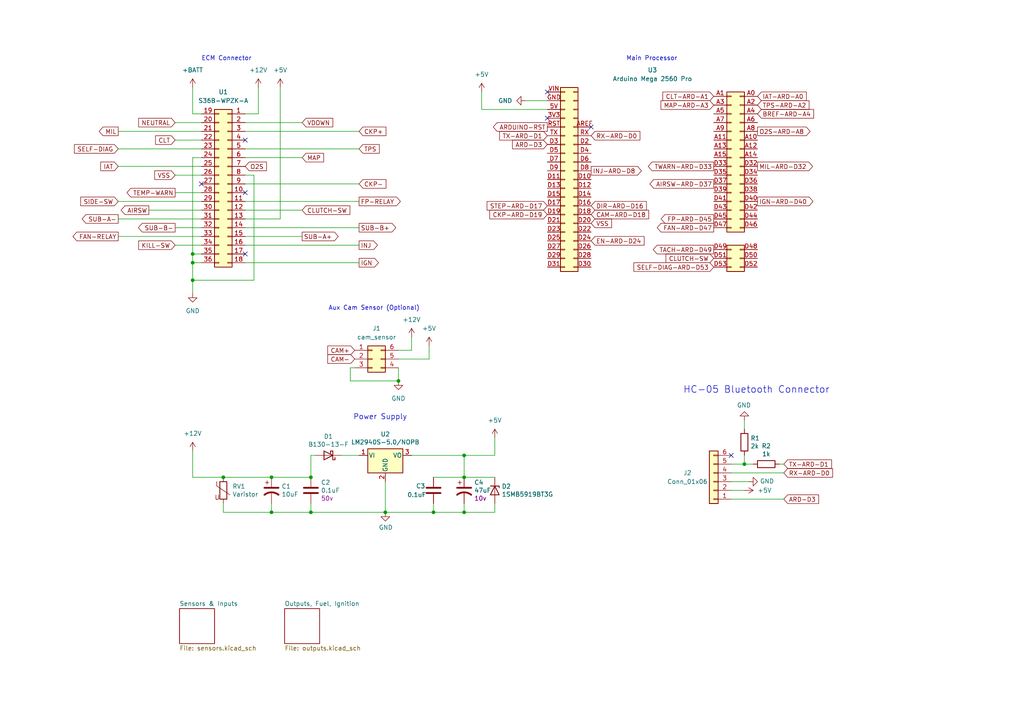
<source format=kicad_sch>
(kicad_sch (version 20211123) (generator eeschema)
  (paper "A4")
  (lib_symbols
    (symbol "Connector_Generic:Conn_01x06" (pin_names (offset 1.016) hide)
      (property "Reference" "J" (at 0 7.62 0))
      (property "Value" "Conn_01x06" (at 0 -10.16 0))
      (symbol "Conn_01x06_1_1"
        (rectangle (start -1.27 -7.493) (end 0 -7.747) (stroke (width 0.1524)))
        (rectangle (start -1.27 -4.953) (end 0 -5.207) (stroke (width 0.1524)))
        (rectangle (start -1.27 -2.413) (end 0 -2.667) (stroke (width 0.1524)))
        (rectangle (start -1.27 0.127) (end 0 -0.127) (stroke (width 0.1524)))
        (rectangle (start -1.27 2.667) (end 0 2.413) (stroke (width 0.1524)))
        (rectangle (start -1.27 5.207) (end 0 4.953) (stroke (width 0.1524)))
        (rectangle (start -1.27 6.35) (end 1.27 -8.89) (stroke (width 0.254)) (fill (type background)))
        (pin passive line (at -5.08 5.08 0) (length 3.81) (name "Pin_1") (number "1"))
        (pin passive line (at -5.08 2.54 0) (length 3.81) (name "Pin_2") (number "2"))
        (pin passive line (at -5.08 0 0) (length 3.81) (name "Pin_3") (number "3"))
        (pin passive line (at -5.08 -2.54 0) (length 3.81) (name "Pin_4") (number "4"))
        (pin passive line (at -5.08 -5.08 0) (length 3.81) (name "Pin_5") (number "5"))
        (pin passive line (at -5.08 -7.62 0) (length 3.81) (name "Pin_6") (number "6"))
      )
    )
    (symbol "Connector_Generic:Conn_02x03_Counter_Clockwise" (pin_names (offset 1.016) hide)
      (property "Reference" "J" (at 1.27 5.08 0))
      (property "Value" "Conn_02x03_Counter_Clockwise" (at 1.27 -5.08 0))
      (symbol "Conn_02x03_Counter_Clockwise_1_1"
        (rectangle (start -1.27 -2.413) (end 0 -2.667) (stroke (width 0.1524)))
        (rectangle (start -1.27 0.127) (end 0 -0.127) (stroke (width 0.1524)))
        (rectangle (start -1.27 2.667) (end 0 2.413) (stroke (width 0.1524)))
        (rectangle (start -1.27 3.81) (end 3.81 -3.81) (stroke (width 0.254)) (fill (type background)))
        (rectangle (start 3.81 -2.413) (end 2.54 -2.667) (stroke (width 0.1524)))
        (rectangle (start 3.81 0.127) (end 2.54 -0.127) (stroke (width 0.1524)))
        (rectangle (start 3.81 2.667) (end 2.54 2.413) (stroke (width 0.1524)))
        (pin passive line (at -5.08 2.54 0) (length 3.81) (name "Pin_1") (number "1"))
        (pin passive line (at -5.08 0 0) (length 3.81) (name "Pin_2") (number "2"))
        (pin passive line (at -5.08 -2.54 0) (length 3.81) (name "Pin_3") (number "3"))
        (pin passive line (at 7.62 -2.54 180) (length 3.81) (name "Pin_4") (number "4"))
        (pin passive line (at 7.62 0 180) (length 3.81) (name "Pin_5") (number "5"))
        (pin passive line (at 7.62 2.54 180) (length 3.81) (name "Pin_6") (number "6"))
      )
    )
    (symbol "Device:C" (pin_numbers hide) (pin_names (offset 0.254))
      (property "Reference" "C" (at 0.635 2.54 0))
      (property "Value" "C" (at 0.635 -2.54 0))
      (symbol "C_0_1"
        (polyline (pts (xy -2.032 -0.762) (xy 2.032 -0.762)) (stroke (width 0.508)))
        (polyline (pts (xy -2.032 0.762) (xy 2.032 0.762)) (stroke (width 0.508)))
      )
      (symbol "C_1_1"
        (pin passive line (at 0 3.81 270) (length 2.794) (name "~") (number "1"))
        (pin passive line (at 0 -3.81 90) (length 2.794) (name "~") (number "2"))
      )
    )
    (symbol "Device:CP1" (pin_numbers hide) (pin_names (offset 0.254) hide)
      (property "Reference" "C" (at 0.635 2.54 0))
      (property "Value" "Device_CP1" (at 0.635 -2.54 0))
      (symbol "CP1_0_1"
        (polyline (pts (xy -2.032 0.762) (xy 2.032 0.762)) (stroke (width 0.508)))
        (polyline (pts (xy -1.778 2.286) (xy -0.762 2.286)))
        (polyline (pts (xy -1.27 1.778) (xy -1.27 2.794)))
        (arc (start 2.032 -1.27) (mid 0 -0.5572) (end -2.032 -1.27) (stroke (width 0.508)))
      )
      (symbol "CP1_1_1"
        (pin passive line (at 0 3.81 270) (length 2.794) (name "~") (number "1"))
        (pin passive line (at 0 -3.81 90) (length 3.302) (name "~") (number "2"))
      )
    )
    (symbol "Device:D_Schottky" (pin_numbers hide) (pin_names (offset 1.016) hide)
      (property "Reference" "D" (at 0 2.54 0))
      (property "Value" "D_Schottky" (at 0 -2.54 0))
      (symbol "D_Schottky_0_1"
        (polyline (pts (xy 1.27 0) (xy -1.27 0)))
        (polyline (pts (xy 1.27 1.27) (xy 1.27 -1.27) (xy -1.27 0) (xy 1.27 1.27)) (stroke (width 0.254)))
        (polyline (pts (xy -1.905 0.635) (xy -1.905 1.27) (xy -1.27 1.27) (xy -1.27 -1.27) (xy -0.635 -1.27) (xy -0.635 -0.635)) (stroke (width 0.254)))
      )
      (symbol "D_Schottky_1_1"
        (pin passive line (at -3.81 0 0) (length 2.54) (name "K") (number "1"))
        (pin passive line (at 3.81 0 180) (length 2.54) (name "A") (number "2"))
      )
    )
    (symbol "Device:D_Zener" (pin_numbers hide) (pin_names (offset 1.016) hide)
      (property "Reference" "D" (at 0 2.54 0))
      (property "Value" "D_Zener" (at 0 -2.54 0))
      (symbol "D_Zener_0_1"
        (polyline (pts (xy 1.27 0) (xy -1.27 0)))
        (polyline (pts (xy -1.27 -1.27) (xy -1.27 1.27) (xy -0.762 1.27)) (stroke (width 0.254)))
        (polyline (pts (xy 1.27 -1.27) (xy 1.27 1.27) (xy -1.27 0) (xy 1.27 -1.27)) (stroke (width 0.254)))
      )
      (symbol "D_Zener_1_1"
        (pin passive line (at -3.81 0 0) (length 2.54) (name "K") (number "1"))
        (pin passive line (at 3.81 0 180) (length 2.54) (name "A") (number "2"))
      )
    )
    (symbol "Device:R" (pin_numbers hide) (pin_names (offset 0))
      (property "Reference" "R" (at 2.032 0 90))
      (property "Value" "R" (at 0 0 90))
      (symbol "R_0_1"
        (rectangle (start -1.016 -2.54) (end 1.016 2.54) (stroke (width 0.254)))
      )
      (symbol "R_1_1"
        (pin passive line (at 0 3.81 270) (length 1.27) (name "~") (number "1"))
        (pin passive line (at 0 -3.81 90) (length 1.27) (name "~") (number "2"))
      )
    )
    (symbol "Device:Varistor" (pin_numbers hide) (pin_names (offset 0))
      (property "Reference" "RV" (at 3.175 0 90))
      (property "Value" "Varistor" (at -3.175 0 90))
      (symbol "Varistor_0_0"
        (text "U" (at -1.778 -2.032 0) (effects (font (size 1.27 1.27))))
      )
      (symbol "Varistor_0_1"
        (rectangle (start -1.016 -2.54) (end 1.016 2.54) (stroke (width 0.254)))
        (polyline (pts (xy -1.905 2.54) (xy -1.905 1.27) (xy 1.905 -1.27)))
      )
      (symbol "Varistor_1_1"
        (pin passive line (at 0 3.81 270) (length 1.27) (name "~") (number "1"))
        (pin passive line (at 0 -3.81 90) (length 1.27) (name "~") (number "2"))
      )
    )
    (symbol "Regulator_Linear:LM2937xS" (pin_names (offset 0.254))
      (property "Reference" "U" (at -3.81 3.175 0))
      (property "Value" "LM2937xS" (at 0 3.175 0))
      (symbol "LM2937xS_0_1"
        (rectangle (start -5.08 -5.08) (end 5.08 1.905) (stroke (width 0.254)) (fill (type background)))
      )
      (symbol "LM2937xS_1_1"
        (pin power_in line (at -7.62 0 0) (length 2.54) (name "VI") (number "1"))
        (pin power_in line (at 0 -7.62 90) (length 2.54) (name "GND") (number "2"))
        (pin power_out line (at 7.62 0 180) (length 2.54) (name "VO") (number "3"))
      )
    )
    (symbol "mega_2560:S36B-WPZK-A"
      (property "Reference" "U" (at 16.51 49.53 0))
      (property "Value" "S36B-WPZK-A" (at 15.24 52.07 0))
      (symbol "S36B-WPZK-A_1_1"
        (rectangle (start 12.7 2.54) (end 17.78 48.26) (stroke (width 0.254)) (fill (type background)))
        (rectangle (start 13.97 3.683) (end 12.7 3.937) (stroke (width 0.1524)))
        (rectangle (start 13.97 6.223) (end 12.7 6.477) (stroke (width 0.1524)))
        (rectangle (start 13.97 8.763) (end 12.7 9.017) (stroke (width 0.1524)))
        (rectangle (start 13.97 11.303) (end 12.7 11.557) (stroke (width 0.1524)))
        (rectangle (start 13.97 13.843) (end 12.7 14.097) (stroke (width 0.1524)))
        (rectangle (start 13.97 16.383) (end 12.7 16.637) (stroke (width 0.1524)))
        (rectangle (start 13.97 18.923) (end 12.7 19.177) (stroke (width 0.1524)))
        (rectangle (start 13.97 21.463) (end 12.7 21.717) (stroke (width 0.1524)))
        (rectangle (start 13.97 24.003) (end 12.7 24.257) (stroke (width 0.1524)))
        (rectangle (start 13.97 26.543) (end 12.7 26.797) (stroke (width 0.1524)))
        (rectangle (start 13.97 29.083) (end 12.7 29.337) (stroke (width 0.1524)))
        (rectangle (start 13.97 31.623) (end 12.7 31.877) (stroke (width 0.1524)))
        (rectangle (start 13.97 34.163) (end 12.7 34.417) (stroke (width 0.1524)))
        (rectangle (start 13.97 36.703) (end 12.7 36.957) (stroke (width 0.1524)))
        (rectangle (start 13.97 39.243) (end 12.7 39.497) (stroke (width 0.1524)))
        (rectangle (start 13.97 41.783) (end 12.7 42.037) (stroke (width 0.1524)))
        (rectangle (start 13.97 44.323) (end 12.7 44.577) (stroke (width 0.1524)))
        (rectangle (start 13.97 46.863) (end 12.7 47.117) (stroke (width 0.1524)))
        (rectangle (start 16.51 3.683) (end 17.78 3.937) (stroke (width 0.1524)))
        (rectangle (start 16.51 6.223) (end 17.78 6.477) (stroke (width 0.1524)))
        (rectangle (start 16.51 8.763) (end 17.78 9.017) (stroke (width 0.1524)))
        (rectangle (start 16.51 11.303) (end 17.78 11.557) (stroke (width 0.1524)))
        (rectangle (start 16.51 13.843) (end 17.78 14.097) (stroke (width 0.1524)))
        (rectangle (start 16.51 16.383) (end 17.78 16.637) (stroke (width 0.1524)))
        (rectangle (start 16.51 18.923) (end 17.78 19.177) (stroke (width 0.1524)))
        (rectangle (start 16.51 21.463) (end 17.78 21.717) (stroke (width 0.1524)))
        (rectangle (start 16.51 24.003) (end 17.78 24.257) (stroke (width 0.1524)))
        (rectangle (start 16.51 26.543) (end 17.78 26.797) (stroke (width 0.1524)))
        (rectangle (start 16.51 29.083) (end 17.78 29.337) (stroke (width 0.1524)))
        (rectangle (start 16.51 31.623) (end 17.78 31.877) (stroke (width 0.1524)))
        (rectangle (start 16.51 34.163) (end 17.78 34.417) (stroke (width 0.1524)))
        (rectangle (start 16.51 36.703) (end 17.78 36.957) (stroke (width 0.1524)))
        (rectangle (start 16.51 39.243) (end 17.78 39.497) (stroke (width 0.1524)))
        (rectangle (start 16.51 41.783) (end 17.78 42.037) (stroke (width 0.1524)))
        (rectangle (start 16.51 44.323) (end 17.78 44.577) (stroke (width 0.1524)))
        (rectangle (start 16.51 46.863) (end 17.78 47.117) (stroke (width 0.1524)))
        (pin passive line (at 21.59 46.99 180) (length 3.81) (name "") (number "1"))
        (pin passive line (at 21.59 24.13 180) (length 3.81) (name "") (number "10"))
        (pin passive line (at 21.59 21.59 180) (length 3.81) (name "") (number "11"))
        (pin passive line (at 21.59 19.05 180) (length 3.81) (name "") (number "12"))
        (pin passive line (at 21.59 16.51 180) (length 3.81) (name "") (number "13"))
        (pin passive line (at 21.59 13.97 180) (length 3.81) (name "") (number "14"))
        (pin passive line (at 21.59 11.43 180) (length 3.81) (name "") (number "15"))
        (pin passive line (at 21.59 8.89 180) (length 3.81) (name "") (number "16"))
        (pin passive line (at 21.59 6.35 180) (length 3.81) (name "") (number "17"))
        (pin passive line (at 21.59 3.81 180) (length 3.81) (name "") (number "18"))
        (pin passive line (at 8.89 46.99 0) (length 3.81) (name "") (number "19"))
        (pin passive line (at 21.59 44.45 180) (length 3.81) (name "") (number "2"))
        (pin passive line (at 8.89 44.45 0) (length 3.81) (name "") (number "20"))
        (pin passive line (at 8.89 41.91 0) (length 3.81) (name "") (number "21"))
        (pin passive line (at 8.89 39.37 0) (length 3.81) (name "") (number "22"))
        (pin passive line (at 8.89 36.83 0) (length 3.81) (name "") (number "23"))
        (pin passive line (at 8.89 34.29 0) (length 3.81) (name "") (number "24"))
        (pin passive line (at 8.89 31.75 0) (length 3.81) (name "") (number "25"))
        (pin passive line (at 8.89 29.21 0) (length 3.81) (name "") (number "26"))
        (pin passive line (at 8.89 26.67 0) (length 3.81) (name "") (number "27"))
        (pin passive line (at 8.89 24.13 0) (length 3.81) (name "") (number "28"))
        (pin passive line (at 8.89 21.59 0) (length 3.81) (name "") (number "29"))
        (pin passive line (at 21.59 41.91 180) (length 3.81) (name "") (number "3"))
        (pin passive line (at 8.89 19.05 0) (length 3.81) (name "") (number "30"))
        (pin passive line (at 8.89 16.51 0) (length 3.81) (name "") (number "31"))
        (pin passive line (at 8.89 13.97 0) (length 3.81) (name "") (number "32"))
        (pin passive line (at 8.89 11.43 0) (length 3.81) (name "") (number "33"))
        (pin passive line (at 8.89 8.89 0) (length 3.81) (name "") (number "34"))
        (pin passive line (at 8.89 6.35 0) (length 3.81) (name "") (number "35"))
        (pin passive line (at 8.89 3.81 0) (length 3.81) (name "") (number "36"))
        (pin passive line (at 21.59 39.37 180) (length 3.81) (name "") (number "4"))
        (pin passive line (at 21.59 36.83 180) (length 3.81) (name "") (number "5"))
        (pin passive line (at 21.59 34.29 180) (length 3.81) (name "") (number "6"))
        (pin passive line (at 21.59 31.75 180) (length 3.81) (name "") (number "7"))
        (pin passive line (at 21.59 29.21 180) (length 3.81) (name "") (number "8"))
        (pin passive line (at 21.59 26.67 180) (length 3.81) (name "") (number "9"))
      )
    )
    (symbol "mega_2560:mega_2560_pro"
      (property "Reference" "U" (at 45.72 66.04 0))
      (property "Value" "mega_2560_pro" (at 46.99 62.23 0))
      (symbol "mega_2560_pro_1_1"
        (rectangle (start 20.32 7.747) (end 21.59 7.493) (stroke (width 0.1524)))
        (rectangle (start 20.32 10.287) (end 21.59 10.033) (stroke (width 0.1524)))
        (rectangle (start 20.32 12.827) (end 21.59 12.573) (stroke (width 0.1524)))
        (rectangle (start 20.32 15.367) (end 21.59 15.113) (stroke (width 0.1524)))
        (rectangle (start 20.32 17.907) (end 21.59 17.653) (stroke (width 0.1524)))
        (rectangle (start 20.32 20.447) (end 21.59 20.193) (stroke (width 0.1524)))
        (rectangle (start 20.32 22.987) (end 21.59 22.733) (stroke (width 0.1524)))
        (rectangle (start 20.32 25.527) (end 21.59 25.273) (stroke (width 0.1524)))
        (rectangle (start 20.32 28.067) (end 21.59 27.813) (stroke (width 0.1524)))
        (rectangle (start 20.32 30.607) (end 21.59 30.353) (stroke (width 0.1524)))
        (rectangle (start 20.32 33.147) (end 21.59 32.893) (stroke (width 0.1524)))
        (rectangle (start 20.32 35.687) (end 21.59 35.433) (stroke (width 0.1524)))
        (rectangle (start 20.32 38.227) (end 21.59 37.973) (stroke (width 0.1524)))
        (rectangle (start 20.32 40.767) (end 21.59 40.513) (stroke (width 0.1524)))
        (rectangle (start 20.32 43.307) (end 21.59 43.053) (stroke (width 0.1524)))
        (rectangle (start 20.32 45.847) (end 21.59 45.593) (stroke (width 0.1524)))
        (rectangle (start 20.32 48.387) (end 21.59 48.133) (stroke (width 0.1524)))
        (rectangle (start 20.32 50.927) (end 21.59 50.673) (stroke (width 0.1524)))
        (rectangle (start 20.32 53.467) (end 21.59 53.213) (stroke (width 0.1524)))
        (rectangle (start 20.32 56.007) (end 21.59 55.753) (stroke (width 0.1524)))
        (rectangle (start 20.32 58.547) (end 21.59 58.293) (stroke (width 0.1524)))
        (rectangle (start 20.32 59.69) (end 25.4 6.35) (stroke (width 0.254)) (fill (type background)))
        (rectangle (start 25.4 7.747) (end 24.13 7.493) (stroke (width 0.1524)))
        (rectangle (start 25.4 10.287) (end 24.13 10.033) (stroke (width 0.1524)))
        (rectangle (start 25.4 12.827) (end 24.13 12.573) (stroke (width 0.1524)))
        (rectangle (start 25.4 15.367) (end 24.13 15.113) (stroke (width 0.1524)))
        (rectangle (start 25.4 17.907) (end 24.13 17.653) (stroke (width 0.1524)))
        (rectangle (start 25.4 20.447) (end 24.13 20.193) (stroke (width 0.1524)))
        (rectangle (start 25.4 22.987) (end 24.13 22.733) (stroke (width 0.1524)))
        (rectangle (start 25.4 25.527) (end 24.13 25.273) (stroke (width 0.1524)))
        (rectangle (start 25.4 28.067) (end 24.13 27.813) (stroke (width 0.1524)))
        (rectangle (start 25.4 30.607) (end 24.13 30.353) (stroke (width 0.1524)))
        (rectangle (start 25.4 33.147) (end 24.13 32.893) (stroke (width 0.1524)))
        (rectangle (start 25.4 35.687) (end 24.13 35.433) (stroke (width 0.1524)))
        (rectangle (start 25.4 38.227) (end 24.13 37.973) (stroke (width 0.1524)))
        (rectangle (start 25.4 40.767) (end 24.13 40.513) (stroke (width 0.1524)))
        (rectangle (start 25.4 43.307) (end 24.13 43.053) (stroke (width 0.1524)))
        (rectangle (start 25.4 45.847) (end 24.13 45.593) (stroke (width 0.1524)))
        (rectangle (start 25.4 48.387) (end 24.13 48.133) (stroke (width 0.1524)))
        (rectangle (start 25.4 50.927) (end 24.13 50.673) (stroke (width 0.1524)))
        (rectangle (start 25.4 53.467) (end 24.13 53.213) (stroke (width 0.1524)))
        (rectangle (start 25.4 56.007) (end 24.13 55.753) (stroke (width 0.1524)))
        (rectangle (start 25.4 58.547) (end 24.13 58.293) (stroke (width 0.1524)))
        (rectangle (start 68.58 7.747) (end 69.85 7.493) (stroke (width 0.1524)))
        (rectangle (start 68.58 10.287) (end 69.85 10.033) (stroke (width 0.1524)))
        (rectangle (start 68.58 12.827) (end 69.85 12.573) (stroke (width 0.1524)))
        (rectangle (start 68.58 13.97) (end 73.66 6.35) (stroke (width 0.254)) (fill (type background)))
        (rectangle (start 68.58 19.177) (end 69.85 18.923) (stroke (width 0.1524)))
        (rectangle (start 68.58 21.717) (end 69.85 21.463) (stroke (width 0.1524)))
        (rectangle (start 68.58 24.257) (end 69.85 24.003) (stroke (width 0.1524)))
        (rectangle (start 68.58 26.797) (end 69.85 26.543) (stroke (width 0.1524)))
        (rectangle (start 68.58 29.337) (end 69.85 29.083) (stroke (width 0.1524)))
        (rectangle (start 68.58 31.877) (end 69.85 31.623) (stroke (width 0.1524)))
        (rectangle (start 68.58 34.417) (end 69.85 34.163) (stroke (width 0.1524)))
        (rectangle (start 68.58 36.957) (end 69.85 36.703) (stroke (width 0.1524)))
        (rectangle (start 68.58 39.497) (end 69.85 39.243) (stroke (width 0.1524)))
        (rectangle (start 68.58 42.037) (end 69.85 41.783) (stroke (width 0.1524)))
        (rectangle (start 68.58 44.577) (end 69.85 44.323) (stroke (width 0.1524)))
        (rectangle (start 68.58 47.117) (end 69.85 46.863) (stroke (width 0.1524)))
        (rectangle (start 68.58 49.657) (end 69.85 49.403) (stroke (width 0.1524)))
        (rectangle (start 68.58 52.197) (end 69.85 51.943) (stroke (width 0.1524)))
        (rectangle (start 68.58 54.737) (end 69.85 54.483) (stroke (width 0.1524)))
        (rectangle (start 68.58 57.277) (end 69.85 57.023) (stroke (width 0.1524)))
        (rectangle (start 68.58 58.42) (end 73.66 17.78) (stroke (width 0.254)) (fill (type background)))
        (rectangle (start 73.66 7.747) (end 72.39 7.493) (stroke (width 0.1524)))
        (rectangle (start 73.66 10.287) (end 72.39 10.033) (stroke (width 0.1524)))
        (rectangle (start 73.66 12.827) (end 72.39 12.573) (stroke (width 0.1524)))
        (rectangle (start 73.66 19.177) (end 72.39 18.923) (stroke (width 0.1524)))
        (rectangle (start 73.66 21.717) (end 72.39 21.463) (stroke (width 0.1524)))
        (rectangle (start 73.66 24.257) (end 72.39 24.003) (stroke (width 0.1524)))
        (rectangle (start 73.66 26.797) (end 72.39 26.543) (stroke (width 0.1524)))
        (rectangle (start 73.66 29.337) (end 72.39 29.083) (stroke (width 0.1524)))
        (rectangle (start 73.66 31.877) (end 72.39 31.623) (stroke (width 0.1524)))
        (rectangle (start 73.66 34.417) (end 72.39 34.163) (stroke (width 0.1524)))
        (rectangle (start 73.66 36.957) (end 72.39 36.703) (stroke (width 0.1524)))
        (rectangle (start 73.66 39.497) (end 72.39 39.243) (stroke (width 0.1524)))
        (rectangle (start 73.66 42.037) (end 72.39 41.783) (stroke (width 0.1524)))
        (rectangle (start 73.66 44.577) (end 72.39 44.323) (stroke (width 0.1524)))
        (rectangle (start 73.66 47.117) (end 72.39 46.863) (stroke (width 0.1524)))
        (rectangle (start 73.66 49.657) (end 72.39 49.403) (stroke (width 0.1524)))
        (rectangle (start 73.66 52.197) (end 72.39 51.943) (stroke (width 0.1524)))
        (rectangle (start 73.66 54.737) (end 72.39 54.483) (stroke (width 0.1524)))
        (rectangle (start 73.66 57.277) (end 72.39 57.023) (stroke (width 0.1524)))
        (pin passive line (at 16.51 50.8 0) (length 3.81) (name "") (number "3V3"))
        (pin passive line (at 16.51 53.34 0) (length 3.81) (name "") (number "5V"))
        (pin passive line (at 77.47 57.15 180) (length 3.81) (name "") (number "A0"))
        (pin passive line (at 64.77 57.15 0) (length 3.81) (name "") (number "A1"))
        (pin passive line (at 77.47 44.45 180) (length 3.81) (name "") (number "A10"))
        (pin passive line (at 64.77 44.45 0) (length 3.81) (name "") (number "A11"))
        (pin passive line (at 77.47 41.91 180) (length 3.81) (name "") (number "A12"))
        (pin passive line (at 64.77 41.91 0) (length 3.81) (name "") (number "A13"))
        (pin passive line (at 77.47 39.37 180) (length 3.81) (name "") (number "A14"))
        (pin passive line (at 64.77 39.37 0) (length 3.81) (name "") (number "A15"))
        (pin passive line (at 77.47 54.61 180) (length 3.81) (name "") (number "A2"))
        (pin passive line (at 64.77 54.61 0) (length 3.81) (name "") (number "A3"))
        (pin passive line (at 77.47 52.07 180) (length 3.81) (name "") (number "A4"))
        (pin passive line (at 64.77 52.07 0) (length 3.81) (name "") (number "A5"))
        (pin passive line (at 77.47 49.53 180) (length 3.81) (name "") (number "A6"))
        (pin passive line (at 64.77 49.53 0) (length 3.81) (name "") (number "A7"))
        (pin passive line (at 77.47 46.99 180) (length 3.81) (name "") (number "A8"))
        (pin passive line (at 64.77 46.99 0) (length 3.81) (name "") (number "A9"))
        (pin passive line (at 29.21 48.26 180) (length 3.81) (name "") (number "AREF"))
        (pin passive line (at 29.21 33.02 180) (length 3.81) (name "") (number "D10"))
        (pin passive line (at 16.51 33.02 0) (length 3.81) (name "") (number "D11"))
        (pin passive line (at 29.21 30.48 180) (length 3.81) (name "") (number "D12"))
        (pin passive line (at 16.51 30.48 0) (length 3.81) (name "") (number "D13"))
        (pin passive line (at 29.21 27.94 180) (length 3.81) (name "") (number "D14"))
        (pin passive line (at 16.51 27.94 0) (length 3.81) (name "") (number "D15"))
        (pin passive line (at 29.21 25.4 180) (length 3.81) (name "") (number "D16"))
        (pin passive line (at 16.51 25.4 0) (length 3.81) (name "") (number "D17"))
        (pin passive line (at 29.21 22.86 180) (length 3.81) (name "") (number "D18"))
        (pin passive line (at 16.51 22.86 0) (length 3.81) (name "") (number "D19"))
        (pin passive line (at 29.21 43.18 180) (length 3.81) (name "") (number "D2"))
        (pin passive line (at 29.21 20.32 180) (length 3.81) (name "") (number "D20"))
        (pin passive line (at 16.51 20.32 0) (length 3.81) (name "") (number "D21"))
        (pin passive line (at 29.21 17.78 180) (length 3.81) (name "") (number "D22"))
        (pin passive line (at 16.51 17.78 0) (length 3.81) (name "") (number "D23"))
        (pin passive line (at 29.21 15.24 180) (length 3.81) (name "") (number "D24"))
        (pin passive line (at 16.51 15.24 0) (length 3.81) (name "") (number "D25"))
        (pin passive line (at 29.21 12.7 180) (length 3.81) (name "") (number "D26"))
        (pin passive line (at 16.51 12.7 0) (length 3.81) (name "") (number "D27"))
        (pin passive line (at 29.21 10.16 180) (length 3.81) (name "") (number "D28"))
        (pin passive line (at 16.51 10.16 0) (length 3.81) (name "") (number "D29"))
        (pin passive line (at 16.51 43.18 0) (length 3.81) (name "") (number "D3"))
        (pin passive line (at 29.21 7.62 180) (length 3.81) (name "") (number "D30"))
        (pin passive line (at 16.51 7.62 0) (length 3.81) (name "") (number "D31"))
        (pin passive line (at 77.47 36.83 180) (length 3.81) (name "") (number "D32"))
        (pin passive line (at 64.77 36.83 0) (length 3.81) (name "") (number "D33"))
        (pin passive line (at 77.47 34.29 180) (length 3.81) (name "") (number "D34"))
        (pin passive line (at 64.77 34.29 0) (length 3.81) (name "") (number "D35"))
        (pin passive line (at 77.47 31.75 180) (length 3.81) (name "") (number "D36"))
        (pin passive line (at 64.77 31.75 0) (length 3.81) (name "") (number "D37"))
        (pin passive line (at 77.47 29.21 180) (length 3.81) (name "") (number "D38"))
        (pin passive line (at 64.77 29.21 0) (length 3.81) (name "") (number "D39"))
        (pin passive line (at 29.21 40.64 180) (length 3.81) (name "") (number "D4"))
        (pin passive line (at 77.47 26.67 180) (length 3.81) (name "") (number "D40"))
        (pin passive line (at 64.77 26.67 0) (length 3.81) (name "") (number "D41"))
        (pin passive line (at 77.47 24.13 180) (length 3.81) (name "") (number "D42"))
        (pin passive line (at 64.77 24.13 0) (length 3.81) (name "") (number "D43"))
        (pin passive line (at 77.47 21.59 180) (length 3.81) (name "") (number "D44"))
        (pin passive line (at 64.77 21.59 0) (length 3.81) (name "") (number "D45"))
        (pin passive line (at 77.47 19.05 180) (length 3.81) (name "") (number "D46"))
        (pin passive line (at 64.77 19.05 0) (length 3.81) (name "") (number "D47"))
        (pin passive line (at 77.47 12.7 180) (length 3.81) (name "") (number "D48"))
        (pin passive line (at 64.77 12.7 0) (length 3.81) (name "") (number "D49"))
        (pin passive line (at 16.51 40.64 0) (length 3.81) (name "") (number "D5"))
        (pin passive line (at 77.47 10.16 180) (length 3.81) (name "") (number "D50"))
        (pin passive line (at 64.77 10.16 0) (length 3.81) (name "") (number "D51"))
        (pin passive line (at 77.47 7.62 180) (length 3.81) (name "") (number "D52"))
        (pin passive line (at 64.77 7.62 0) (length 3.81) (name "") (number "D53"))
        (pin passive line (at 29.21 38.1 180) (length 3.81) (name "") (number "D6"))
        (pin passive line (at 16.51 38.1 0) (length 3.81) (name "") (number "D7"))
        (pin passive line (at 29.21 35.56 180) (length 3.81) (name "") (number "D8"))
        (pin passive line (at 16.51 35.56 0) (length 3.81) (name "") (number "D9"))
        (pin passive line (at 16.51 55.88 0) (length 3.81) (name "") (number "GND"))
        (pin passive line (at 16.51 48.26 0) (length 3.81) (name "") (number "RST"))
        (pin passive line (at 29.21 45.72 180) (length 3.81) (name "") (number "RX"))
        (pin passive line (at 16.51 45.72 0) (length 3.81) (name "") (number "TX"))
        (pin passive line (at 16.51 58.42 0) (length 3.81) (name "") (number "VIN"))
      )
    )
    (symbol "power:+12V" (power) (pin_names (offset 0))
      (property "Value" "+12V" (at 0 3.556 0))
      (symbol "+12V_0_1"
        (polyline (pts (xy -0.762 1.27) (xy 0 2.54)))
        (polyline (pts (xy 0 0) (xy 0 2.54)))
        (polyline (pts (xy 0 2.54) (xy 0.762 1.27)))
      )
      (symbol "+12V_1_1"
        (pin power_in line (at 0 0 90) (length 0) hide (name "+12V") (number "1"))
      )
    )
    (symbol "power:+5V" (power) (pin_names (offset 0))
      (property "Value" "+5V" (at 0 3.556 0))
      (symbol "+5V_0_1"
        (polyline (pts (xy -0.762 1.27) (xy 0 2.54)))
        (polyline (pts (xy 0 0) (xy 0 2.54)))
        (polyline (pts (xy 0 2.54) (xy 0.762 1.27)))
      )
      (symbol "+5V_1_1"
        (pin power_in line (at 0 0 90) (length 0) hide (name "+5V") (number "1"))
      )
    )
    (symbol "power:+BATT" (power) (pin_names (offset 0))
      (property "Value" "+BATT" (at 0 3.556 0))
      (symbol "+BATT_0_1"
        (polyline (pts (xy -0.762 1.27) (xy 0 2.54)))
        (polyline (pts (xy 0 0) (xy 0 2.54)))
        (polyline (pts (xy 0 2.54) (xy 0.762 1.27)))
      )
      (symbol "+BATT_1_1"
        (pin power_in line (at 0 0 90) (length 0) hide (name "+BATT") (number "1"))
      )
    )
    (symbol "power:GND" (power) (pin_names (offset 0))
      (property "Value" "GND" (at 0 -3.81 0))
      (symbol "GND_0_1"
        (polyline (pts (xy 0 0) (xy 0 -1.27) (xy 1.27 -1.27) (xy 0 -2.54) (xy -1.27 -1.27) (xy 0 -1.27)))
      )
      (symbol "GND_1_1"
        (pin power_in line (at 0 0 270) (length 0) hide (name "GND") (number "1"))
      )
    )
  )
  (junction (at 78.74 138.43))
  (junction (at 215.9 134.62))
  (junction (at 78.74 148.59))
  (junction (at 55.88 76.2))
  (junction (at 90.17 138.43))
  (junction (at 134.62 148.59))
  (junction (at 90.17 148.59))
  (junction (at 55.88 81.28))
  (junction (at 55.88 73.66))
  (junction (at 134.62 138.43))
  (junction (at 111.76 148.59))
  (junction (at 64.77 138.43))
  (junction (at 134.62 132.08))
  (junction (at 115.57 110.49))
  (junction (at 125.73 148.59))
  (no_connect (at 71.12 55.88))
  (no_connect (at 71.12 73.66))
  (no_connect (at 212.09 132.08))
  (no_connect (at 171.45 36.83))
  (no_connect (at 158.75 26.67))
  (no_connect (at 158.75 34.29))
  (no_connect (at 58.42 53.34))
  (no_connect (at 71.12 40.64))
  (wire (pts (xy 90.17 146.05) (xy 90.17 148.59)))
  (wire (pts (xy 34.29 58.42) (xy 58.42 58.42)))
  (wire (pts (xy 101.6 110.49) (xy 115.57 110.49)))
  (wire (pts (xy 34.29 63.5) (xy 58.42 63.5)))
  (wire (pts (xy 90.17 148.59) (xy 111.76 148.59)))
  (wire (pts (xy 71.12 38.1) (xy 104.14 38.1)))
  (wire (pts (xy 71.12 33.02) (xy 74.93 33.02)))
  (wire (pts (xy 227.33 137.16) (xy 212.09 137.16)))
  (wire (pts (xy 50.8 66.04) (xy 58.42 66.04)))
  (wire (pts (xy 115.57 106.68) (xy 115.57 110.49)))
  (wire (pts (xy 81.28 25.4) (xy 81.28 63.5)))
  (wire (pts (xy 34.29 43.18) (xy 58.42 43.18)))
  (wire (pts (xy 134.62 132.08) (xy 134.62 138.43)))
  (wire (pts (xy 125.73 146.05) (xy 125.73 148.59)))
  (wire (pts (xy 152.4 29.21) (xy 158.75 29.21)))
  (wire (pts (xy 71.12 60.96) (xy 87.63 60.96)))
  (wire (pts (xy 226.06 134.62) (xy 227.33 134.62)))
  (wire (pts (xy 115.57 101.6) (xy 119.38 101.6)))
  (wire (pts (xy 78.74 148.59) (xy 90.17 148.59)))
  (wire (pts (xy 217.17 139.7) (xy 212.09 139.7)))
  (wire (pts (xy 55.88 130.81) (xy 55.88 138.43)))
  (wire (pts (xy 143.51 146.05) (xy 143.51 148.59)))
  (wire (pts (xy 34.29 68.58) (xy 58.42 68.58)))
  (wire (pts (xy 71.12 50.8) (xy 73.66 50.8)))
  (wire (pts (xy 101.6 106.68) (xy 101.6 110.49)))
  (wire (pts (xy 78.74 146.05) (xy 78.74 148.59)))
  (wire (pts (xy 134.62 146.05) (xy 134.62 148.59)))
  (wire (pts (xy 139.7 31.75) (xy 158.75 31.75)))
  (wire (pts (xy 71.12 35.56) (xy 87.63 35.56)))
  (wire (pts (xy 81.28 63.5) (xy 71.12 63.5)))
  (wire (pts (xy 215.9 132.08) (xy 215.9 134.62)))
  (wire (pts (xy 90.17 138.43) (xy 90.17 132.08)))
  (wire (pts (xy 71.12 66.04) (xy 104.14 66.04)))
  (wire (pts (xy 55.88 33.02) (xy 55.88 25.4)))
  (wire (pts (xy 143.51 132.08) (xy 143.51 127)))
  (wire (pts (xy 58.42 45.72) (xy 55.88 45.72)))
  (wire (pts (xy 215.9 134.62) (xy 218.44 134.62)))
  (wire (pts (xy 55.88 45.72) (xy 55.88 73.66)))
  (wire (pts (xy 55.88 81.28) (xy 55.88 76.2)))
  (wire (pts (xy 64.77 148.59) (xy 78.74 148.59)))
  (wire (pts (xy 111.76 139.7) (xy 111.76 148.59)))
  (wire (pts (xy 58.42 73.66) (xy 55.88 73.66)))
  (wire (pts (xy 119.38 132.08) (xy 134.62 132.08)))
  (wire (pts (xy 215.9 142.24) (xy 212.09 142.24)))
  (wire (pts (xy 50.8 71.12) (xy 58.42 71.12)))
  (wire (pts (xy 71.12 71.12) (xy 104.14 71.12)))
  (wire (pts (xy 139.7 26.67) (xy 139.7 31.75)))
  (wire (pts (xy 71.12 53.34) (xy 104.14 53.34)))
  (wire (pts (xy 74.93 33.02) (xy 74.93 25.4)))
  (wire (pts (xy 55.88 81.28) (xy 73.66 81.28)))
  (wire (pts (xy 134.62 148.59) (xy 125.73 148.59)))
  (wire (pts (xy 73.66 50.8) (xy 73.66 81.28)))
  (wire (pts (xy 143.51 148.59) (xy 134.62 148.59)))
  (wire (pts (xy 55.88 85.09) (xy 55.88 81.28)))
  (wire (pts (xy 50.8 35.56) (xy 58.42 35.56)))
  (wire (pts (xy 64.77 138.43) (xy 78.74 138.43)))
  (wire (pts (xy 34.29 48.26) (xy 58.42 48.26)))
  (wire (pts (xy 58.42 33.02) (xy 55.88 33.02)))
  (wire (pts (xy 71.12 58.42) (xy 104.14 58.42)))
  (wire (pts (xy 215.9 121.92) (xy 215.9 124.46)))
  (wire (pts (xy 125.73 148.59) (xy 111.76 148.59)))
  (wire (pts (xy 55.88 73.66) (xy 55.88 76.2)))
  (wire (pts (xy 212.09 134.62) (xy 215.9 134.62)))
  (wire (pts (xy 78.74 138.43) (xy 90.17 138.43)))
  (wire (pts (xy 124.46 100.33) (xy 124.46 104.14)))
  (wire (pts (xy 71.12 45.72) (xy 87.63 45.72)))
  (wire (pts (xy 50.8 55.88) (xy 58.42 55.88)))
  (wire (pts (xy 143.51 138.43) (xy 134.62 138.43)))
  (wire (pts (xy 64.77 146.05) (xy 64.77 148.59)))
  (wire (pts (xy 134.62 132.08) (xy 143.51 132.08)))
  (wire (pts (xy 34.29 38.1) (xy 58.42 38.1)))
  (wire (pts (xy 50.8 50.8) (xy 58.42 50.8)))
  (wire (pts (xy 99.06 132.08) (xy 104.14 132.08)))
  (wire (pts (xy 50.8 40.64) (xy 58.42 40.64)))
  (wire (pts (xy 71.12 43.18) (xy 104.14 43.18)))
  (wire (pts (xy 125.73 138.43) (xy 134.62 138.43)))
  (wire (pts (xy 101.6 106.68) (xy 102.87 106.68)))
  (wire (pts (xy 119.38 101.6) (xy 119.38 97.79)))
  (wire (pts (xy 71.12 68.58) (xy 87.63 68.58)))
  (wire (pts (xy 43.18 60.96) (xy 58.42 60.96)))
  (wire (pts (xy 124.46 104.14) (xy 115.57 104.14)))
  (wire (pts (xy 55.88 138.43) (xy 64.77 138.43)))
  (wire (pts (xy 55.88 76.2) (xy 58.42 76.2)))
  (wire (pts (xy 71.12 76.2) (xy 104.14 76.2)))
  (wire (pts (xy 90.17 132.08) (xy 91.44 132.08)))
  (wire (pts (xy 212.09 144.78) (xy 227.33 144.78)))
  (text "Aux Cam Sensor (Optional)\n" (at 95.25 90.17 0) (effects (font (size 1.27 1.27)) (justify left bottom)))
  (text "HC-05 Bluetooth Connector" (at 198.12 114.3 0) (effects (font (size 1.9812 1.9812)) (justify left bottom)))
  (text "ECM Connector" (at 58.42 17.78 0) (effects (font (size 1.27 1.27)) (justify left bottom)))
  (text "Main Processor" (at 181.61 17.78 0) (effects (font (size 1.27 1.27)) (justify left bottom)))
  (text "Power Supply" (at 118.11 121.92 180) (effects (font (size 1.524 1.524)) (justify right bottom)))
  (global_label "SUB-B+" (shape output) (at 104.14 66.04 0) (property "Intersheet References" "${INTERSHEET_REFS}" (effects hide)))
  (global_label "SELF-DIAG" (shape input) (at 34.29 43.18 180) (property "Intersheet References" "${INTERSHEET_REFS}" (effects hide)))
  (global_label "VDOWN" (shape input) (at 87.63 35.56 0) (property "Intersheet References" "${INTERSHEET_REFS}" (effects hide)))
  (global_label "INJ-ARD-D8" (shape output) (at 171.45 49.53 0) (property "Intersheet References" "${INTERSHEET_REFS}" (effects hide)))
  (global_label "FP-ARD-D45" (shape output) (at 207.01 63.5 180) (property "Intersheet References" "${INTERSHEET_REFS}" (effects hide)))
  (global_label "TWARN-ARD-D33" (shape output) (at 207.01 48.26 180) (property "Intersheet References" "${INTERSHEET_REFS}" (effects hide)))
  (global_label "BREF-ARD-A4" (shape input) (at 219.71 33.02 0) (property "Intersheet References" "${INTERSHEET_REFS}" (effects hide)))
  (global_label "CKP-ARD-D19" (shape input) (at 158.75 62.23 180) (property "Intersheet References" "${INTERSHEET_REFS}" (effects hide)))
  (global_label "O2S" (shape input) (at 71.12 48.26 0) (property "Intersheet References" "${INTERSHEET_REFS}" (effects hide)))
  (global_label "CKP-" (shape input) (at 104.14 53.34 0) (property "Intersheet References" "${INTERSHEET_REFS}" (effects hide)))
  (global_label "SELF-DIAG-ARD-D53" (shape input) (at 207.01 77.47 180) (property "Intersheet References" "${INTERSHEET_REFS}" (effects hide)))
  (global_label "TEMP-WARN" (shape output) (at 50.8 55.88 180) (property "Intersheet References" "${INTERSHEET_REFS}" (effects hide)))
  (global_label "EN-ARD-D24" (shape input) (at 171.45 69.85 0) (property "Intersheet References" "${INTERSHEET_REFS}" (effects hide)))
  (global_label "O2S-ARD-A8" (shape output) (at 219.71 38.1 0) (property "Intersheet References" "${INTERSHEET_REFS}" (effects hide)))
  (global_label "NEUTRAL" (shape input) (at 50.8 35.56 180) (property "Intersheet References" "${INTERSHEET_REFS}" (effects hide)))
  (global_label "RX-ARD-D0" (shape input) (at 227.33 137.16 0) (property "Intersheet References" "${INTERSHEET_REFS}" (effects hide)))
  (global_label "ARD-D3" (shape input) (at 227.33 144.78 0) (property "Intersheet References" "${INTERSHEET_REFS}" (effects hide)))
  (global_label "SIDE-SW" (shape input) (at 34.29 58.42 180) (property "Intersheet References" "${INTERSHEET_REFS}" (effects hide)))
  (global_label "SUB-B-" (shape output) (at 50.8 66.04 180) (property "Intersheet References" "${INTERSHEET_REFS}" (effects hide)))
  (global_label "MIL-ARD-D32" (shape output) (at 219.71 48.26 0) (property "Intersheet References" "${INTERSHEET_REFS}" (effects hide)))
  (global_label "CAM+" (shape input) (at 102.87 101.6 180) (property "Intersheet References" "${INTERSHEET_REFS}" (effects hide)))
  (global_label "SUB-A-" (shape output) (at 34.29 63.5 180) (property "Intersheet References" "${INTERSHEET_REFS}" (effects hide)))
  (global_label "DIR-ARD-D16" (shape input) (at 171.45 59.69 0) (property "Intersheet References" "${INTERSHEET_REFS}" (effects hide)))
  (global_label "KILL-SW" (shape input) (at 50.8 71.12 180) (property "Intersheet References" "${INTERSHEET_REFS}" (effects hide)))
  (global_label "CAM-" (shape input) (at 102.87 104.14 180) (property "Intersheet References" "${INTERSHEET_REFS}" (effects hide)))
  (global_label "CLUTCH-SW" (shape input) (at 87.63 60.96 0) (property "Intersheet References" "${INTERSHEET_REFS}" (effects hide)))
  (global_label "MAP-ARD-A3" (shape input) (at 207.01 30.48 180) (property "Intersheet References" "${INTERSHEET_REFS}" (effects hide)))
  (global_label "AIRSW" (shape output) (at 43.18 60.96 180) (property "Intersheet References" "${INTERSHEET_REFS}" (effects hide)))
  (global_label "MAP" (shape input) (at 87.63 45.72 0) (property "Intersheet References" "${INTERSHEET_REFS}" (effects hide)))
  (global_label "CLT-ARD-A1" (shape input) (at 207.01 27.94 180) (property "Intersheet References" "${INTERSHEET_REFS}" (effects hide)))
  (global_label "INJ" (shape output) (at 104.14 71.12 0) (property "Intersheet References" "${INTERSHEET_REFS}" (effects hide)))
  (global_label "IGN" (shape output) (at 104.14 76.2 0) (property "Intersheet References" "${INTERSHEET_REFS}" (effects hide)))
  (global_label "RX-ARD-D0" (shape input) (at 171.45 39.37 0) (property "Intersheet References" "${INTERSHEET_REFS}" (effects hide)))
  (global_label "ARDUINO-RST" (shape output) (at 158.75 36.83 180) (property "Intersheet References" "${INTERSHEET_REFS}" (effects hide)))
  (global_label "FAN-ARD-D47" (shape output) (at 207.01 66.04 180) (property "Intersheet References" "${INTERSHEET_REFS}" (effects hide)))
  (global_label "TPS-ARD-A2" (shape input) (at 219.71 30.48 0) (property "Intersheet References" "${INTERSHEET_REFS}" (effects hide)))
  (global_label "TX-ARD-D1" (shape input) (at 158.75 39.37 180) (property "Intersheet References" "${INTERSHEET_REFS}" (effects hide)))
  (global_label "MIL" (shape output) (at 34.29 38.1 180) (property "Intersheet References" "${INTERSHEET_REFS}" (effects hide)))
  (global_label "SUB-A+" (shape output) (at 87.63 68.58 0) (property "Intersheet References" "${INTERSHEET_REFS}" (effects hide)))
  (global_label "FP-RELAY" (shape output) (at 104.14 58.42 0) (property "Intersheet References" "${INTERSHEET_REFS}" (effects hide)))
  (global_label "IGN-ARD-D40" (shape output) (at 219.71 58.42 0) (property "Intersheet References" "${INTERSHEET_REFS}" (effects hide)))
  (global_label "CLT" (shape input) (at 50.8 40.64 180) (property "Intersheet References" "${INTERSHEET_REFS}" (effects hide)))
  (global_label "IAT" (shape input) (at 34.29 48.26 180) (property "Intersheet References" "${INTERSHEET_REFS}" (effects hide)))
  (global_label "TPS" (shape input) (at 104.14 43.18 0) (property "Intersheet References" "${INTERSHEET_REFS}" (effects hide)))
  (global_label "VSS" (shape input) (at 50.8 50.8 180) (property "Intersheet References" "${INTERSHEET_REFS}" (effects hide)))
  (global_label "TACH-ARD-D49" (shape output) (at 207.01 72.39 180) (property "Intersheet References" "${INTERSHEET_REFS}" (effects hide)))
  (global_label "ARD-D3" (shape input) (at 158.75 41.91 180) (property "Intersheet References" "${INTERSHEET_REFS}" (effects hide)))
  (global_label "TX-ARD-D1" (shape input) (at 227.33 134.62 0) (property "Intersheet References" "${INTERSHEET_REFS}" (effects hide)))
  (global_label "STEP-ARD-D17" (shape input) (at 158.75 59.69 180) (property "Intersheet References" "${INTERSHEET_REFS}" (effects hide)))
  (global_label "CAM-ARD-D18" (shape input) (at 171.45 62.23 0) (property "Intersheet References" "${INTERSHEET_REFS}" (effects hide)))
  (global_label "CKP+" (shape input) (at 104.14 38.1 0) (property "Intersheet References" "${INTERSHEET_REFS}" (effects hide)))
  (global_label "FAN-RELAY" (shape output) (at 34.29 68.58 180) (property "Intersheet References" "${INTERSHEET_REFS}" (effects hide)))
  (global_label "VSS" (shape input) (at 171.45 64.77 0) (property "Intersheet References" "${INTERSHEET_REFS}" (effects hide)))
  (global_label "CLUTCH-SW" (shape input) (at 207.01 74.93 180) (property "Intersheet References" "${INTERSHEET_REFS}" (effects hide)))
  (global_label "AIRSW-ARD-D37" (shape output) (at 207.01 53.34 180) (property "Intersheet References" "${INTERSHEET_REFS}" (effects hide)))
  (global_label "IAT-ARD-A0" (shape input) (at 219.71 27.94 0) (property "Intersheet References" "${INTERSHEET_REFS}" (effects hide)))
  (symbol (lib_id "power:+5V") (at 81.28 25.4 0) (unit 1)
    (property "Reference" "#PWR05" (effects hide))
    (property "Value" "+5V" (at 81.28 20.32 0))
  )
  (symbol (lib_id "power:GND") (at 111.76 148.59 0) (unit 1)
    (property "Reference" "#PWR06" (effects hide))
    (property "Value" "GND" (at 111.887 152.9842 0))
  )
  (symbol (lib_id "power:+12V") (at 74.93 25.4 0) (unit 1)
    (property "Reference" "#PWR04" (effects hide))
    (property "Value" "+12V" (at 74.93 20.32 0))
  )
  (symbol (lib_id "Device:D_Zener") (at 143.51 142.24 270) (unit 1)
    (property "Reference" "D2" (at 145.5166 141.0716 90) (effects (justify left)))
    (property "Value" "1SMB5919BT3G" (at 145.5166 143.383 90) (effects (justify left)))
    (property "Footprint" "Diode_SMD:D_SMB" (effects hide))
    (property "Digikey Part Number" "1SMB5919BT3GOSCT-ND " (effects hide))
    (property "Manufacturer_Name" "On Semi" (effects hide))
    (property "Manufacturer_Part_Number" "1SMB5919BT3G" (effects hide))
    (property "URL" "https://www.digikey.com.au/product-detail/en/on-semiconductor/1SMB5919BT3G/1SMB5919BT3GOSCT-ND/917722" (effects hide))
  )
  (symbol (lib_id "power:+12V") (at 119.38 97.79 0) (unit 1)
    (property "Reference" "#PWR050" (effects hide))
    (property "Value" "+12V" (at 119.38 92.71 0))
  )
  (symbol (lib_id "Device:CP1") (at 134.62 142.24 0) (unit 1)
    (property "Reference" "C4" (at 137.541 139.9286 0) (effects (justify left)))
    (property "Value" "47uF" (at 137.541 142.24 0) (effects (justify left)))
    (property "Footprint" "Capacitor_Tantalum_SMD:CP_EIA-3528-21_Kemet-B" (effects hide))
    (property "Voltage" "10v" (at 137.541 144.5514 0) (effects (justify left)))
    (property "Digikey Part Number" "478-1692-1-ND" (effects hide))
    (property "Manufacturer_Name" "AVX" (effects hide))
    (property "Manufacturer_Part_Number" "TAJB476K006RNJ" (effects hide))
    (property "URL" "https://www.digikey.com/product-detail/en/avx-corporation/TAJB476K006RNJ/478-1692-1-ND/564724" (effects hide))
  )
  (symbol (lib_id "Connector_Generic:Conn_01x06") (at 207.01 139.7 180) (unit 1)
    (property "Reference" "J2" (at 199.39 137.16 0))
    (property "Value" "Conn_01x06" (at 199.39 139.7 0))
    (property "Footprint" "Connector_PinHeader_2.54mm:PinHeader_1x06_P2.54mm_Vertical" (effects hide))
  )
  (symbol (lib_id "power:GND") (at 215.9 121.92 180) (unit 1)
    (property "Reference" "#PWR010" (effects hide))
    (property "Value" "GND" (at 215.773 117.5258 0))
  )
  (symbol (lib_id "Device:C") (at 90.17 142.24 0) (unit 1)
    (property "Reference" "C2" (at 93.091 139.9286 0) (effects (justify left)))
    (property "Value" "0.1uF" (at 93.091 142.24 0) (effects (justify left)))
    (property "Footprint" "Capacitor_SMD:C_0805_2012Metric" (effects hide))
    (property "Voltage" "50v" (at 93.091 144.5514 0) (effects (justify left)))
    (property "Digikey Part Number" "311-1140-1-ND" (effects hide))
    (property "Manufacturer_Name" "Yageo" (effects hide))
    (property "Manufacturer_Part_Number" "CC0805KRX7R9BB104" (effects hide))
    (property "URL" "https://www.digikey.com.au/product-detail/en/yageo/CC0805KRX7R9BB104/311-1140-1-ND/303050" (effects hide))
  )
  (symbol (lib_id "Device:R") (at 222.25 134.62 270) (unit 1)
    (property "Reference" "R2" (at 222.25 129.3622 90))
    (property "Value" "1k" (at 222.25 131.6736 90))
    (property "Footprint" "Resistor_SMD:R_0805_2012Metric" (effects hide))
    (property "Digikey Part Number" "311-1.00KCRCT-ND" (effects hide))
    (property "Manufacturer_Name" "Yageo" (effects hide))
    (property "Manufacturer_Part_Number" "RC0805FR-071KL" (effects hide))
    (property "URL" "https://www.digikey.com/product-detail/en/yageo/RC0805FR-071KL/311-1.00KCRCT-ND/730391" (effects hide))
  )
  (symbol (lib_id "power:+5V") (at 139.7 26.67 0) (unit 1)
    (property "Reference" "#PWR07" (effects hide))
    (property "Value" "+5V" (at 139.7 21.59 0))
  )
  (symbol (lib_id "power:+BATT") (at 55.88 25.4 0) (unit 1)
    (property "Reference" "#PWR01" (effects hide))
    (property "Value" "+BATT" (at 55.88 20.32 0))
  )
  (symbol (lib_id "power:GND") (at 217.17 139.7 90) (unit 1)
    (property "Reference" "#PWR012" (effects hide))
    (property "Value" "GND" (at 220.4212 139.573 90) (effects (justify right)))
  )
  (symbol (lib_id "Connector_Generic:Conn_02x03_Counter_Clockwise") (at 107.95 104.14 0) (unit 1)
    (property "Reference" "J1" (at 109.22 95.25 0))
    (property "Value" "cam_sensor" (at 109.22 97.79 0))
    (property "Footprint" "Connector_PinHeader_2.54mm:PinHeader_2x03_P2.54mm_Vertical" (effects hide))
  )
  (symbol (lib_id "Device:CP1") (at 78.74 142.24 0) (unit 1)
    (property "Reference" "C1" (at 81.661 141.0716 0) (effects (justify left)))
    (property "Value" "10uF" (at 81.661 143.383 0) (effects (justify left)))
    (property "Footprint" "Capacitor_Tantalum_SMD:CP_EIA-7343-31_Kemet-D" (effects hide))
    (property "Voltage" "35v" (effects hide))
    (property "Digikey Part Number" "399-8361-1-ND" (effects hide))
    (property "Manufacturer_Name" "Kemet" (effects hide))
    (property "Manufacturer_Part_Number" "T491D106K050AT" (effects hide))
    (property "URL" "https://www.digikey.com/product-detail/en/kemet/T491D106K050AT/399-8361-1-ND/3472084" (effects hide))
  )
  (symbol (lib_id "power:GND") (at 115.57 110.49 0) (unit 1)
    (property "Reference" "#PWR049" (effects hide))
    (property "Value" "GND" (at 115.57 115.57 0))
  )
  (symbol (lib_id "power:+5V") (at 215.9 142.24 270) (unit 1)
    (property "Reference" "#PWR011" (effects hide))
    (property "Value" "+5V" (at 219.71 142.2399 90) (effects (justify left)))
  )
  (symbol (lib_id "mega_2560:S36B-WPZK-A") (at 49.53 80.01 0) (unit 1)
    (property "Reference" "U1" (at 64.77 26.67 0))
    (property "Value" "S36B-WPZK-A" (at 64.77 29.21 0))
    (property "Footprint" "mega_2560:S36B-WPZK-A" (effects hide))
  )
  (symbol (lib_id "power:+12V") (at 55.88 130.81 0) (unit 1)
    (property "Reference" "#PWR03" (effects hide))
    (property "Value" "+12V" (at 55.88 125.73 0))
  )
  (symbol (lib_id "power:+5V") (at 124.46 100.33 0) (unit 1)
    (property "Reference" "#PWR051" (effects hide))
    (property "Value" "+5V" (at 124.46 95.25 0))
  )
  (symbol (lib_id "Device:R") (at 215.9 128.27 180) (unit 1)
    (property "Reference" "R1" (at 217.678 127.1016 0) (effects (justify right)))
    (property "Value" "2k" (at 217.678 129.413 0) (effects (justify right)))
    (property "Footprint" "Resistor_SMD:R_0805_2012Metric" (effects hide))
    (property "Digikey Part Number" "311-2.00KCRCT-ND" (effects hide))
    (property "Manufacturer_Name" "Yageo" (effects hide))
    (property "Manufacturer_Part_Number" "RC0805FR-072KL" (effects hide))
    (property "URL" "https://www.digikey.com/product-detail/en/yageo/RC0805FR-072KL/311-2.00KCRCT-ND/730611" (effects hide))
  )
  (symbol (lib_id "Regulator_Linear:LM2937xS") (at 111.76 132.08 0) (unit 1)
    (property "Reference" "U2" (at 111.76 125.9332 0))
    (property "Value" "LM2940S-5.0/NOPB" (at 111.76 128.2446 0))
    (property "Footprint" "Package_TO_SOT_SMD:TO-263-3_TabPin2" (effects hide))
    (property "Datasheet" "http://www.ti.com/lit/ds/symlink/lm2940-n.pdf" (effects hide))
    (property "TR PN" "LM2940SX-5.0/NOPB" (effects hide))
    (property "Tube PN" "LM2940S-5.0/NOPB" (effects hide))
    (property "Digikey Part Number" "LM2940S-5.0/NOPB-ND" (effects hide))
    (property "Manufacturer_Name" "TI" (effects hide))
    (property "Manufacturer_Part_Number" "LM2940S-5.0/NOPB" (effects hide))
    (property "URL" "https://www.digikey.com.au/products/en?keywords=LM2940S-5.0%2FNOPB" (effects hide))
  )
  (symbol (lib_id "mega_2560:mega_2560_pro") (at 142.24 85.09 0) (unit 1)
    (property "Reference" "U3" (at 189.23 20.32 0))
    (property "Value" "Arduino Mega 2560 Pro" (at 189.23 22.86 0))
    (property "Footprint" "mega_2560:mega_2560_pro" (effects hide))
  )
  (symbol (lib_id "Device:C") (at 125.73 142.24 0) (unit 1)
    (property "Reference" "C3" (at 120.65 140.97 0) (effects (justify left)))
    (property "Value" "0.1uF" (at 118.11 143.51 0) (effects (justify left)))
    (property "Footprint" "Capacitor_SMD:C_0805_2012Metric" (effects hide))
    (property "Digikey Part Number" "311-1140-1-ND" (effects hide))
    (property "Manufacturer_Name" "Yageo" (effects hide))
    (property "Manufacturer_Part_Number" "CC0805KRX7R9BB104" (effects hide))
    (property "URL" "https://www.digikey.com.au/product-detail/en/yageo/CC0805KRX7R9BB104/311-1140-1-ND/303050" (effects hide))
  )
  (symbol (lib_id "Device:Varistor") (at 64.77 142.24 0) (unit 1)
    (property "Reference" "RV1" (at 67.3862 141.0716 0) (effects (justify left)))
    (property "Value" "Varistor" (at 67.3862 143.383 0) (effects (justify left)))
    (property "Footprint" "Varistor:RV_Disc_D15.5mm_W4.7mm_P7.5mm" (effects hide))
    (property "Digikey Part Number" "MOV-14D220K-ND" (effects hide))
    (property "Manufacturer_Name" "Bournes Inc" (effects hide))
    (property "Manufacturer_Part_Number" "MOV-14D220K" (effects hide))
    (property "URL" "https://www.digikey.com.au/product-detail/en/bourns-inc/MOV-14D220K/MOV-14D220K-ND/2799109" (effects hide))
  )
  (symbol (lib_id "power:GND") (at 55.88 85.09 0) (unit 1)
    (property "Reference" "#PWR02" (effects hide))
    (property "Value" "GND" (at 55.88 90.17 0))
  )
  (symbol (lib_id "power:+5V") (at 143.51 127 0) (unit 1)
    (property "Reference" "#PWR08" (effects hide))
    (property "Value" "+5V" (at 143.51 121.92 0))
  )
  (symbol (lib_id "power:GND") (at 152.4 29.21 270) (unit 1)
    (property "Reference" "#PWR09" (effects hide))
    (property "Value" "GND" (at 148.59 29.2099 90) (effects (justify right)))
  )
  (symbol (lib_id "Device:D_Schottky") (at 95.25 132.08 180) (unit 1)
    (property "Reference" "D1" (at 95.25 126.5936 0))
    (property "Value" "B130-13-F" (at 95.25 128.905 0))
    (property "Footprint" "Diode_SMD:D_SMA" (effects hide))
    (property "Datasheet" "https://www.mouser.com/datasheet/2/115/ds13002-60388.pdf" (effects hide))
    (property "Digikey Part Number" "B130-FDICT-ND" (effects hide))
    (property "Manufacturer_Name" "Diodes Inc" (effects hide))
    (property "Manufacturer_Part_Number" "B130-13-F" (effects hide))
    (property "URL" "https://www.digikey.com.au/product-detail/en/diodes-incorporated/B130-13-F/B130-FDICT-ND/815318" (effects hide))
  )
  (sheet (at 52.07 176.53) (size 10.16 10.16) (stroke (width 0.1524))
    (property "Sheet name" "Sensors & Inputs" (at 52.07 175.8184 0) (effects (justify left bottom)))
    (property "Sheet file" "sensors.kicad_sch" (at 52.07 187.2746 0) (effects (justify left top)))
  )
  (sheet (at 82.55 176.53) (size 10.16 10.16) (stroke (width 0.1524))
    (property "Sheet name" "Outputs, Fuel, Ignition" (at 82.55 175.8184 0) (effects (justify left bottom)))
    (property "Sheet file" "outputs.kicad_sch" (at 82.55 187.2746 0) (effects (justify left top)))
  )
)
</source>
